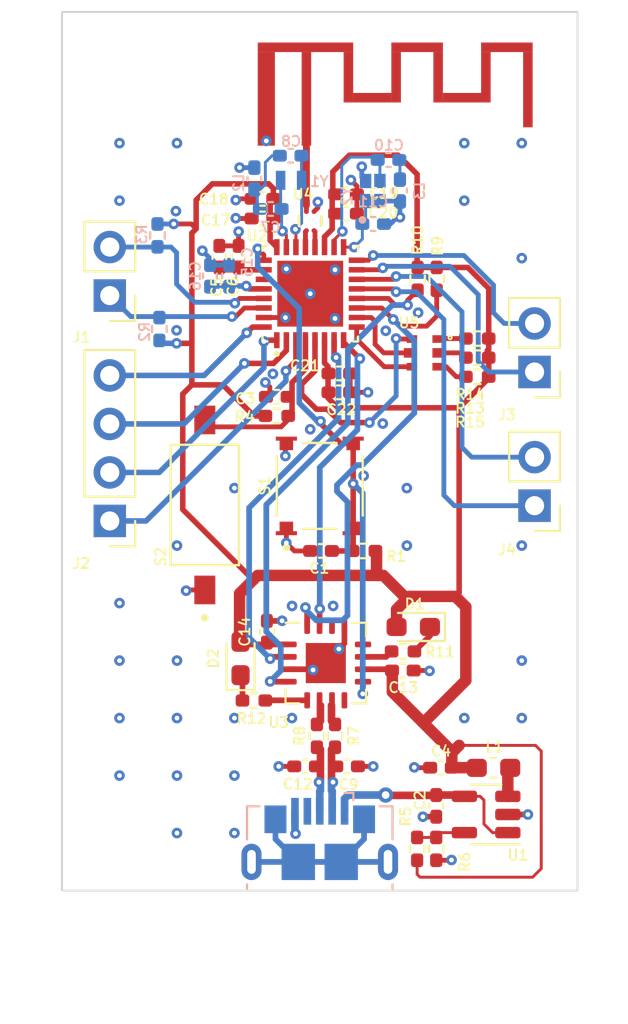
<source format=kicad_pcb>
(kicad_pcb (version 20221018) (generator pcbnew)
  (layers (0 "F.Cu" signal) (1 "In1.Cu" signal) (2 "In2.Cu" signal) (31 "B.Cu" signal) (34 "B.Paste" user) (35 "F.Paste" user) (36 "B.SilkS" user "B.Silkscreen") (37 "F.SilkS" user "F.Silkscreen") (38 "B.Mask" user) (39 "F.Mask" user) (44 "Edge.Cuts" user))
  (net 0 "")
  (net 1 "GND")
  (net 2 "/NRESET")
  (net 3 "VBUS")
  (net 4 "/BOOT")
  (net 5 "+3.3V")
  (net 6 "/SMPSFILT1")
  (net 7 "Net-(C7-Pad1)")
  (net 8 "/SXTAL0")
  (net 9 "/SXTAL1")
  (net 10 "/D_N")
  (net 11 "Net-(C10-Pad1)")
  (net 12 "/FXTAL0")
  (net 13 "/FXTAL1")
  (net 14 "/D_P")
  (net 15 "Net-(U2-VDD1V2)")
  (net 16 "Net-(D1-K)")
  (net 17 "Net-(D2-K)")
  (net 18 "/I2C_SCL")
  (net 19 "/I2C_SDA")
  (net 20 "/SPI_CLK")
  (net 21 "/SPI_MOSI")
  (net 22 "/SPI_MISO")
  (net 23 "/SPI_CS")
  (net 24 "/ADC1")
  (net 25 "/ADC2")
  (net 26 "/ANATEST0")
  (net 27 "/ANATEST1")
  (net 29 "unconnected-(J5-Shield-Pad6)")
  (net 30 "/SW")
  (net 31 "/FB")
  (net 32 "/UART_RTS")
  (net 33 "/UART_CTS")
  (net 34 "/NTX_LED")
  (net 35 "/NRX_LED")
  (net 36 "Net-(R13-Pad2)")
  (net 37 "Net-(R14-Pad2)")
  (net 38 "Net-(R15-Pad2)")
  (net 40 "/LEDB_K")
  (net 41 "/UART_RX")
  (net 42 "/UART_TX")
  (net 43 "/LEDG_K")
  (net 44 "/LEDR_K")
  (net 45 "/RF1")
  (net 46 "/RF0")
  (net 50 "/ANT")
  (net 51 "/DT_N")
  (net 52 "/DT_P")
  (footprint "MountingHole:MountingHole_2.2mm_M2" (layer "F.Cu") (at 101.9 101.85)
    (fp_text reference "H1" hide)
    (fp_text value "MountingHole")
  )
  (footprint "Capacitor_SMD:C_0402_1005Metric_Pad0.74x0.62mm_HandSolder" (layer "F.Cu") (at 108.24 112.815 90)
    (fp_text reference "C5")
    (fp_text value "1u")
  )
  (footprint "Capacitor_SMD:C_0402_1005Metric_Pad0.74x0.62mm_HandSolder" (layer "F.Cu") (at 114.525 119.915)
    (fp_text reference "C22")
    (fp_text value "1u")
  )
  (footprint "Capacitor_SMD:C_0402_1005Metric_Pad0.74x0.62mm_HandSolder" (layer "F.Cu") (at 114.875 109.55)
    (fp_text reference "C19")
    (fp_text value "100n")
  )
  (footprint "Connector_PinHeader_2.54mm:PinHeader_1x02_P2.54mm_Vertical" (layer "F.Cu") (at 124.75 125.85 180)
    (fp_text reference "J4")
    (fp_text value "ANATEST")
  )
  (footprint "MountingHole:MountingHole_2.2mm_M2" (layer "F.Cu") (at 124.5 131)
    (fp_text reference "H4" hide)
    (fp_text value "MountingHole")
  )
  (footprint "Resistor_SMD:R_0402_1005Metric_Pad0.72x0.64mm_HandSolder" (layer "F.Cu") (at 121.75 119.1 180)
    (fp_text reference "R15")
    (fp_text value "510")
  )
  (footprint "Capacitor_SMD:C_0402_1005Metric_Pad0.74x0.62mm_HandSolder" (layer "F.Cu") (at 111.25 120.15 180)
    (fp_text reference "C3")
    (fp_text value "10n" hide)
  )
  (footprint "Connector_PinHeader_2.54mm:PinHeader_1x04_P2.54mm_Vertical" (layer "F.Cu") (at 102.5 126.65 180)
    (fp_text reference "J2")
    (fp_text value "SPI")
  )
  (footprint "Capacitor_SMD:C_0402_1005Metric_Pad0.74x0.62mm_HandSolder" (layer "F.Cu") (at 117.85 134.48)
    (fp_text reference "C13")
    (fp_text value "4.7u")
  )
  (footprint "Capacitor_SMD:C_0402_1005Metric_Pad0.74x0.62mm_HandSolder" (layer "F.Cu") (at 114.875 110.56)
    (fp_text reference "C20")
    (fp_text value "1u")
  )
  (footprint "Capacitor_SMD:C_0402_1005Metric_Pad0.74x0.62mm_HandSolder" (layer "F.Cu") (at 110.73 132.45 90)
    (fp_text reference "C14")
    (fp_text value "100n")
  )
  (footprint "Connector_PinHeader_2.54mm:PinHeader_1x02_P2.54mm_Vertical" (layer "F.Cu") (at 124.75 118.85 180)
    (fp_text reference "J3")
    (fp_text value "ADC")
  )
  (footprint "Resistor_SMD:R_0402_1005Metric_Pad0.72x0.64mm_HandSolder" (layer "F.Cu") (at 118.625 113.975 90)
    (fp_text reference "R10")
    (fp_text value "10k")
  )
  (footprint "Capacitor_SMD:C_0402_1005Metric_Pad0.74x0.62mm_HandSolder" (layer "F.Cu") (at 114.9325 139.5)
    (fp_text reference "C9")
    (fp_text value "47p")
  )
  (footprint "Capacitor_SMD:C_0402_1005Metric_Pad0.74x0.62mm_HandSolder" (layer "F.Cu") (at 114.525 118.925)
    (fp_text reference "C21")
    (fp_text value "100n")
  )
  (footprint "LED_SMD:LED_0603_1608Metric_Pad1.05x0.95mm_HandSolder" (layer "F.Cu") (at 118.3975 132.2 180)
    (fp_text reference "D1")
    (fp_text value "LED")
  )
  (footprint "Package_DFN_QFN:QFN-16-1EP_4x4mm_P0.65mm_EP2.1x2.1mm" (layer "F.Cu") (at 113.815 134.09)
    (fp_text reference "U3")
    (fp_text value "FT230XQ")
  )
  (footprint "MountingHole:MountingHole_2.2mm_M2" (layer "F.Cu") (at 102.5 143.5)
    (fp_text reference "H2" hide)
    (fp_text value "MountingHole")
  )
  (footprint "Capacitor_SMD:C_0402_1005Metric_Pad0.74x0.62mm_HandSolder" (layer "F.Cu") (at 112.7325 139.5 180)
    (fp_text reference "C12")
    (fp_text value "47p")
  )
  (footprint "Resistor_SMD:R_0402_1005Metric_Pad0.72x0.64mm_HandSolder" (layer "F.Cu") (at 119.625 113.975 90)
    (fp_text reference "R9")
    (fp_text value "10k")
  )
  (footprint "Resistor_SMD:R_0402_1005Metric_Pad0.72x0.64mm_HandSolder" (layer "F.Cu") (at 113.35 137.9 90)
    (fp_text reference "R8")
    (fp_text value "27R")
  )
  (footprint "KAE01SGGT:SW_KAE01SGGT" (layer "F.Cu") (at 107.48 125.8125 90)
    (fp_text reference "S2")
    (fp_text value "KAE01SGGT")
  )
  (footprint "TL3315NF160Q:SW_TL3315NF160Q" (layer "F.Cu") (at 113.5 124.815 90)
    (fp_text reference "S1")
    (fp_text value "TL3315NF160Q")
  )
  (footprint "footprints:LED_EAST1616RGBA8" (layer "F.Cu") (at 119 117.85)
    (fp_text reference "U5")
    (fp_text value "EAST1616RGBA8")
  )
  (footprint "LED_SMD:LED_0603_1608Metric_Pad1.05x0.95mm_HandSolder" (layer "F.Cu") (at 109.35 133.85 90)
    (fp_text reference "D2")
    (fp_text value "LED")
  )
  (footprint "Capacitor_SMD:C_0402_1005Metric_Pad0.74x0.62mm_HandSolder" (layer "F.Cu") (at 113.5675 128.22 180)
    (fp_text reference "C1")
    (fp_text value "10n")
  )
  (footprint "BLUENRG-232:QFN50P500X500X100-33T345N" (layer "F.Cu") (at 113 114.75 90)
    (fp_text reference "U2")
    (fp_text value "BLUENRG-232")
  )
  (footprint "Resistor_SMD:R_0402_1005Metric_Pad0.72x0.64mm_HandSolder" (layer "F.Cu") (at 118.6 143.8175 -90)
    (fp_text reference "R5")
    (fp_text value "450k")
  )
  (footprint "Resistor_SMD:R_0402_1005Metric_Pad0.72x0.64mm_HandSolder" (layer "F.Cu") (at 110.05 136.05 180)
    (fp_text reference "R12")
    (fp_text value "270R")
  )
  (footprint "Capacitor_SMD:C_0402_1005Metric_Pad0.74x0.62mm_HandSolder" (layer "F.Cu") (at 119.6 141.5675 -90)
    (fp_text reference "C2")
    (fp_text value "10u")
  )
  (footprint "Capacitor_SMD:C_0402_1005Metric_Pad0.74x0.62mm_HandSolder" (layer "F.Cu") (at 109.25 112.815 90)
    (fp_text reference "C6")
    (fp_text value "100n")
  )
  (footprint "Capacitor_SMD:C_0402_1005Metric_Pad0.74x0.62mm_HandSolder" (layer "F.Cu") (at 110.5 110.815 180)
    (fp_text reference "C17")
    (fp_text value "100n")
  )
  (footprint "Resistor_SMD:R_0402_1005Metric_Pad0.72x0.64mm_HandSolder" (layer "F.Cu") (at 115.8175 128.22)
    (fp_text reference "R1")
    (fp_text value "10k")
  )
  (footprint "Package_TO_SOT_SMD:SOT-23-5" (layer "F.Cu") (at 122.2125 142.0175 180)
    (fp_text reference "U1")
    (fp_text value "TLV62568DBV")
  )
  (footprint "Inductor_SMD:L_0603_1608Metric_Pad1.05x0.95mm_HandSolder" (layer "F.Cu") (at 122.6 139.5775 180)
    (fp_text reference "L1")
    (fp_text value "2.2u")
  )
  (footprint "MountingHole:MountingHole_2.2mm_M2" (layer "F.Cu") (at 124.5 111)
    (fp_text reference "H3" hide)
    (fp_text value "MountingHole")
  )
  (footprint "Connector_PinHeader_2.54mm:PinHeader_1x02_P2.54mm_Vertical" (layer "F.Cu") (at 102.5 114.85 180)
    (fp_text reference "J1")
    (fp_text value "I2C")
  )
  (footprint "Resistor_SMD:R_0402_1005Metric_Pad0.72x0.64mm_HandSolder" (layer "F.Cu") (at 111.25 121.15 180)
    (fp_text reference "R4")
    (fp_text value "10k")
  )
  (footprint "Project_Library:CSPG04_1385X855_STM" (layer "F.Cu") (at 113 110.95)
    (fp_text reference "U4")
    (fp_text value "BALF-NRG-02D3")
  )
  (footprint "Resistor_SMD:R_0402_1005Metric_Pad0.72x0.64mm_HandSolder" (layer "F.Cu") (at 121.75 118.1 180)
    (fp_text reference "R13")
    (fp_text value "510")
  )
  (footprint "Capacitor_SMD:C_0402_1005Metric_Pad0.74x0.62mm_HandSolder" (layer "F.Cu") (at 110.5 109.785 180)
    (fp_text reference "C18")
    (fp_text value "1u")
  )
  (footprint "Resistor_SMD:R_0402_1005Metric_Pad0.72x0.64mm_HandSolder" (layer "F.Cu") (at 119.6 143.8175 -90)
    (fp_text reference "R6")
    (fp_text value "100k")
  )
  (footprint "Resistor_SMD:R_0402_1005Metric_Pad0.72x0.64mm_HandSolder" (layer "F.Cu") (at 114.3 137.9 90)
    (fp_text reference "R7")
    (fp_text value "27R")
  )
  (footprint "Library:ant_foot" (layer "F.Cu") (at 110.21 109.2165)
    (fp_text reference "AE1" hide)
    (fp_text value "~")
  )
  (footprint "Capacitor_SMD:C_0402_1005Metric_Pad0.74x0.62mm_HandSolder" (layer "F.Cu") (at 119.85 139.5675 180)
    (fp_text reference "C4")
    (fp_text value "10u")
  )
  (footprint "Resistor_SMD:R_0402_1005Metric_Pad0.72x0.64mm_HandSolder" (layer "F.Cu") (at 121.75 117.1 180)
    (fp_text reference "R14")
    (fp_text value "510")
  )
  (footprint "Resistor_SMD:R_0402_1005Metric_Pad0.72x0.64mm_HandSolder" (layer "F.Cu") (at 117.86 133.48)
    (fp_text reference "R11")
    (fp_text value "270R")
  )
  (footprint "Inductor_SMD:L_0402_1005Metric_Pad0.77x0.64mm_HandSolder" (layer "B.Cu") (at 110.075 108.725 -90)
    (fp_text reference "L2")
    (fp_text value "2n")
  )
  (footprint "ECS-320-8-47-JTN-TR:XTAL_ECS-320-8-47-JTN-TR" (layer "B.Cu") (at 116.275 109.375 90)
    (fp_text reference "Y2")
    (fp_text value "32MHz")
  )
  (footprint "Resistor_SMD:R_0402_1005Metric_Pad0.72x0.64mm_HandSolder" (layer "B.Cu") (at 105.1 116.6 90)
    (fp_text reference "R2")
    (fp_text value "4.7k")
  )
  (footprint "ECS-.327-12.5-16-TR:XTAL_ECS-.327-12.5-16-TR" (layer "B.Cu") (at 112 108.815 180)
    (fp_text reference "Y1")
    (fp_text value "32.768kHz")
  )
  (footprint "Connector_USB:USB_Micro-B_GCT_USB3076-30-A" (layer "B.Cu") (at 113.5 143.3 180)
    (fp_text reference "J5" hide)
    (fp_text value "USB_OTG")
  )
  (footprint "Capacitor_SMD:C_0402_1005Metric_Pad0.74x0.62mm_HandSolder" (layer "B.Cu") (at 116.2975 111.1 180)
    (fp_text reference "C11")
    (fp_text value "15p")
  )
  (footprint "Resistor_SMD:R_0402_1005Metric_Pad0.72x0.64mm_HandSolder" (layer "B.Cu") (at 105 111.7 -90)
    (fp_text reference "R3")
    (fp_text value "4.7k")
  )
  (footprint "Capacitor_SMD:C_0402_1005Metric_Pad0.74x0.62mm_HandSolder" (layer "B.Cu") (at 107.75 113.815 90)
    (fp_text reference "C16")
    (fp_text value "100p")
  )
  (footprint "Capacitor_SMD:C_0402_1005Metric_Pad0.74x0.62mm_HandSolder" (layer "B.Cu") (at 110.9325 110.315)
    (fp_text reference "C7")
    (fp_text value "22p")
  )
  (footprint "Capacitor_SMD:C_0402_1005Metric_Pad0.74x0.62mm_HandSolder" (layer "B.Cu") (at 111.975 107.525)
    (fp_text reference "C8")
    (fp_text value "22p")
  )
  (footprint "Capacitor_SMD:C_0402_1005Metric_Pad0.74x0.62mm_HandSolder" (layer "B.Cu") (at 117.1 107.75 180)
    (fp_text reference "C10")
    (fp_text value "15p")
  )
  (footprint "Inductor_SMD:L_0402_1005Metric_Pad0.77x0.64mm_HandSolder" (layer "B.Cu") (at 117.7 109.35 90)
    (fp_text reference "L3")
    (fp_text value "3.9n")
  )
  (footprint "Capacitor_SMD:C_0402_1005Metric_Pad0.74x0.62mm_HandSolder" (layer "B.Cu") (at 108.75 113.815 90)
    (fp_text reference "C15")
    (fp_text value "150n")
  )
  (gr_rect (start 100 100) (end 127 146) (stroke (width 0.1)) (fill none) (layer "Edge.Cuts"))
  (segment (start 118.4675 139.5675) (end 118.45 139.55) (width 0.254) (layer "F.Cu") (net 1))
  (segment (start 106.5375 130.2625) (end 106.5 130.3) (width 0.254) (layer "F.Cu") (net 1))
  (segment (start 111.5175 131.8825) (end 111.525 131.875) (width 0.3) (layer "F.Cu") (net 1))
  (segment (start 113.4 110.25) (end 113.4 109.95) (width 0.254) (layer "F.Cu") (net 1))
  (segment (start 115.5 139.5) (end 116.3 139.5) (width 0.254) (layer "F.Cu") (net 1))
  (segment (start 115.4425 109.112) (end 115.4425 109.55) (width 0.254) (layer "F.Cu") (net 1))
  (segment (start 110.8825 119.6325) (end 110.8825 120.15) (width 0.254) (layer "F.Cu") (net 1))
  (segment (start 115.4425 109.55) (end 115.4425 110.56) (width 0.254) (layer "F.Cu") (net 1))
  (segment (start 119.6 144.415) (end 120.385 144.415) (width 0.254) (layer "F.Cu") (net 1))
  (segment (start 111.7 116) (end 111.75 116) (width 0.254) (layer "F.Cu") (net 1))
  (segment (start 115.0925 118.925) (end 115.0925 119.915) (width 0.254) (layer "F.Cu") (net 1))
  (segment (start 119.23 134.48) (end 119.25 134.5) (width 0.254) (layer "F.Cu") (net 1))
  (segment (start 115.0925 119.915) (end 116 119.915) (width 0.254) (layer "F.Cu") (net 1))
  (segment (start 110.65 119.4) (end 110.8825 119.6325) (width 0.254) (layer "F.Cu") (net 1))
  (segment (start 111.75 127.045) (end 111.75 127.8) (width 0.254) (layer "F.Cu") (net 1))
  (segment (start 110.565 116) (end 111.7 116) (width 0.254) (layer "F.Cu") (net 1))
  (segment (start 107.48 130.2625) (end 106.5375 130.2625) (width 0.254) (layer "F.Cu") (net 1))
  (segment (start 111.7 122.635) (end 111.75 122.585) (width 0.254) (layer "F.Cu") (net 1))
  (segment (start 113 128.22) (end 112.17 128.22) (width 0.254) (layer "F.Cu") (net 1))
  (segment (start 112.17 128.22) (end 111.75 127.8) (width 0.254) (layer "F.Cu") (net 1))
  (segment (start 118.4175 134.48) (end 119.23 134.48) (width 0.254) (layer "F.Cu") (net 1))
  (segment (start 109.9325 110.815) (end 109.115 110.815) (width 0.254) (layer "F.Cu") (net 1))
  (segment (start 111.75 116) (end 113 114.75) (width 0.254) (layer "F.Cu") (net 1))
  (segment (start 124.4 142.0175) (end 123.35 142.0175) (width 0.3) (layer "F.Cu") (net 1))
  (segment (start 111.7 123.25) (end 111.7 122.635) (width 0.254) (layer "F.Cu") (net 1))
  (segment (start 120.385 144.415) (end 120.4 144.4) (width 0.254) (layer "F.Cu") (net 1))
  (segment (start 111.865 134.415) (end 113.115 134.415) (width 0.3) (layer "F.Cu") (net 1))
  (segment (start 109.115 110.815) (end 109.1 110.8) (width 0.254) (layer "F.Cu") (net 1))
  (segment (start 113.115 134.415) (end 113.15 134.45) (width 0.3) (layer "F.Cu") (net 1))
  (segment (start 115.1305 108.8) (end 115.4425 109.112) (width 0.254) (layer "F.Cu") (net 1))
  (segment (start 119.2825 139.5675) (end 118.4675 139.5675) (width 0.254) (layer "F.Cu") (net 1))
  (segment (start 109.25 111.5) (end 109.25 112.2475) (width 0.254) (layer "F.Cu") (net 1))
  (segment (start 118.9 142.135) (end 119.6 142.135) (width 0.3) (layer "F.Cu") (net 1))
  (segment (start 109.165 109.785) (end 109.1 109.85) (width 0.254) (layer "F.Cu") (net 1))
  (segment (start 113.2 110.45) (end 113.4 110.25) (width 0.254) (layer "F.Cu") (net 1))
  (segment (start 110.73 131.8825) (end 111.5175 131.8825) (width 0.3) (layer "F.Cu") (net 1))
  (segment (start 114.79 133.06) (end 114.5 133.35) (width 0.3) (layer "F.Cu") (net 1))
  (segment (start 109.25 112.2475) (end 108.24 112.2475) (width 0.254) (layer "F.Cu") (net 1))
  (segment (start 114.79 132.14) (end 114.79 133.06) (width 0.3) (layer "F.Cu") (net 1))
  (segment (start 112.165 139.5) (end 111.35 139.5) (width 0.254) (layer "F.Cu") (net 1))
  (segment (start 109.9325 109.785) (end 109.165 109.785) (width 0.254) (layer "F.Cu") (net 1))
  (via (at 124.08 133.96) (size 0.5548) (drill 0.25) (layers "F.Cu" "B.Cu") (net 1))
  (via (at 109.03 136.97) (size 0.5548) (drill 0.25) (layers "F.Cu" "B.Cu") (net 1))
  (via (at 109.03 124.93) (size 0.5548) (drill 0.25) (layers "F.Cu" "B.Cu") (net 1))
  (via (at 111.7 123.25) (size 0.5548) (drill 0.25) (layers "F.Cu" "B.Cu") (net 1))
  (via (at 109.03 142.99) (size 0.5548) (drill 0.25) (layers "F.Cu" "B.Cu") (net 1))
  (via (at 111.7 116) (size 0.5548) (drill 0.25) (layers "F.Cu" "B.Cu") (net 1))
  (via (at 114.3 113.5) (size 0.5548) (drill 0.25) (layers "F.Cu" "B.Cu") (net 1))
  (via (at 109.1 110.8) (size 0.5548) (drill 0.25) (layers "F.Cu" "B.Cu") (net 1))
  (via (at 116.800403 121.550403) (size 0.5548) (drill 0.25) (layers "F.Cu" "B.Cu") (net 1))
  (via (at 103.01 130.95) (size 0.5548) (drill 0.25) (layers "F.Cu" "B.Cu") (net 1))
  (via (at 109.25 111.5) (size 0.5548) (drill 0.25) (layers "F.Cu" "B.Cu") (net 1))
  (via (at 116.954958 116.691218) (size 0.5548) (drill 0.25) (layers "F.Cu" "B.Cu") (net 1))
  (via (at 116.0265 119.915) (size 0.5548) (drill 0.25) (layers "F.Cu" "B.Cu") (net 1))
  (via (at 103.01 136.97) (size 0.5548) (drill 0.25) (layers "F.Cu" "B.Cu") (net 1))
  (via (at 120.4 144.4) (size 0.5548) (drill 0.25) (layers "F.Cu" "B.Cu") (net 1))
  (via (at 118.06 124.93) (size 0.5548) (drill 0.25) (layers "F.Cu" "B.Cu") (net 1))
  (via (at 115.7989 124.281721) (size 0.5548) (drill 0.25) (layers "F.Cu" "B.Cu") (net 1))
  (via (at 113 114.75) (size 0.5548) (drill 0.25) (layers "F.Cu" "B.Cu") (net 1))
  (via (at 106.02 139.98) (size 0.5548) (drill 0.25) (layers "F.Cu" "B.Cu") (net 1))
  (via (at 118.652393 115.744838) (size 0.5548) (drill 0.25) (layers "F.Cu" "B.Cu") (net 1))
  (via (at 106.5 130.3) (size 0.5548) (drill 0.25) (layers "F.Cu" "B.Cu") (net 1))
  (via (at 121.07 136.97) (size 0.5548) (drill 0.25) (layers "F.Cu" "B.Cu") (net 1))
  (via (at 117.7 110.75) (size 0.5548) (drill 0.25) (layers "F.Cu" "B.Cu") (net 1))
  (via (at 109.3 108.15) (size 0.5548) (drill 0.25) (layers "F.Cu" "B.Cu") (net 1))
  (via (at 103.01 139.98) (size 0.5548) (drill 0.25) (layers "F.Cu" "B.Cu") (net 1))
  (via (at 113.15 134.45) (size 0.5548) (drill 0.25) (layers "F.Cu" "B.Cu") (net 1))
  (via (at 112.230949 143.025123) (size 0.5548) (drill 0.25) (layers "F.Cu" "B.Cu") (net 1))
  (via (at 124.08 106.87) (size 0.5548) (drill 0.25) (layers "F.Cu" "B.Cu") (net 1))
  (via (at 105.962005 110.427968) (size 0.5548) (drill 0.25) (layers "F.Cu" "B.Cu") (net 1))
  (via (at 113.4 109.95) (size 0.5548) (drill 0.25) (layers "F.Cu" "B.Cu") (net 1))
  (via (at 106.02 136.97) (size 0.5548) (drill 0.25) (layers "F.Cu" "B.Cu") (net 1))
  (via (at 119.25 134.5) (size 0.5548) (drill 0.25) (layers "F.Cu" "B.Cu") (net 1))
  (via (at 111.525 131.875) (size 0.5548) (drill 0.25) (layers "F.Cu" "B.Cu") (net 1))
  (via (at 110.65 119.4) (size 0.5548) (drill 0.25) (layers "F.Cu" "B.Cu") (net 1))
  (via (at 114.3 116.05) (size 0.5548) (drill 0.25) (layers "F.Cu" "B.Cu") (net 1))
  (via (at 113 121.85) (size 0.5548) (drill 0.25) (layers "F.Cu" "B.Cu") (net 1))
  (via (at 111.046258 118.9489) (size 0.5548) (drill 0.25) (layers "F.Cu" "B.Cu") (net 1))
  (via (at 114.2 131.1) (size 0.5548) (drill 0.25) (layers "F.Cu" "B.Cu") (net 1))
  (via (at 106.02 127.94) (size 0.5548) (drill 0.25) (layers "F.Cu" "B.Cu") (net 1))
  (via (at 107.3489 112.5) (size 0.5548) (drill 0.25) (layers "F.Cu" "B.Cu") (net 1))
  (via (at 118.06 127.94) (size 0.5548) (drill 0.25) (layers "F.Cu" "B.Cu") (net 1))
  (via (at 118.45 139.55) (size 0.5548) (drill 0.25) (layers "F.Cu" "B.Cu") (net 1))
  (via (at 103.01 109.88) (size 0.5548) (drill 0.25) (layers "F.Cu" "B.Cu") (net 1))
  (via (at 124.08 136.97) (size 0.5548) (drill 0.25) (layers "F.Cu" "B.Cu") (net 1))
  (via (at 106.02 133.96) (size 0.5548) (drill 0.25) (layers "F.Cu" "B.Cu") (net 1))
  (via (at 115.7 108.1) (size 0.5548) (drill 0.25) (layers "F.Cu" "B.Cu") (net 1))
  (via (at 106.02 142.99) (size 0.5548) (drill 0.25) (layers "F.Cu" "B.Cu") (net 1))
  (via (at 109.1 109.85) (size 0.5548) (drill 0.25) (layers "F.Cu" "B.Cu") (net 1))
  (via (at 106.02 106.87) (size 0.5548) (drill 0.25) (layers "F.Cu" "B.Cu") (net 1))
  (via (at 103.01 106.87) (size 0.5548) (drill 0.25) (layers "F.Cu" "B.Cu") (net 1))
  (via (at 111.75 113.45) (size 0.5548) (drill 0.25) (layers "F.Cu" "B.Cu") (net 1))
  (via (at 121.07 109.88) (size 0.5548) (drill 0.25) (layers "F.Cu" "B.Cu") (net 1))
  (via (at 111.75 127.8) (size 0.5548) (drill 0.25) (layers "F.Cu" "B.Cu") (net 1))
  (via (at 112.04 136.97) (size 0.5548) (drill 0.25) (layers "F.Cu" "B.Cu") (net 1))
  (via (at 115.1305 108.8) (size 0.5548) (drill 0.25) (layers "F.Cu" "B.Cu") (net 1))
  (via (at 124.4 142.0175) (size 0.5548) (drill 0.25) (layers "F.Cu" "B.Cu") (net 1))
  (via (at 106 116.668697) (size 0.5548) (drill 0.25) (layers "F.Cu" "B.Cu") (net 1))
  (via (at 111.35 139.5) (size 0.5548) (drill 0.25) (layers "F.Cu" "B.Cu") (net 1))
  (via (at 110.7 106.75) (size 0.5548) (drill 0.25) (layers "F.Cu" "B.Cu") (net 1))
  (via (at 121.07 106.87) (size 0.5548) (drill 0.25) (layers "F.Cu" "B.Cu") (net 1))
  (via (at 114.5 133.35) (size 0.5548) (drill 0.25) (layers "F.Cu" "B.Cu") (net 1))
  (via (at 116.3 139.5) (size 0.5548) (drill 0.25) (layers "F.Cu" "B.Cu") (net 1))
  (via (at 124.08 127.94) (size 0.5548) (drill 0.25) (layers "F.Cu" "B.Cu") (net 1))
  (via (at 112.05 131.1) (size 0.5548) (drill 0.25) (layers "F.Cu" "B.Cu") (net 1))
  (via (at 124.08 112.89) (size 0.5548) (drill 0.25) (layers "F.Cu" "B.Cu") (net 1))
  (via (at 103.01 133.96) (size 0.5548) (drill 0.25) (layers "F.Cu" "B.Cu") (net 1))
  (via (at 118.9 142.135) (size 0.5548) (drill 0.25) (layers "F.Cu" "B.Cu") (net 1))
  (via (at 109.03 139.98) (size 0.5548) (drill 0.25) (layers "F.Cu" "B.Cu") (net 1))
  (segment (start 117.55 110.75) (end 117.7 110.75) (width 0.254) (layer "B.Cu") (net 1))
  (segment (start 107.75 112.9011) (end 107.3489 112.5) (width 0.254) (layer "B.Cu") (net 1))
  (segment (start 117.6775 109.9) (end 117.7 109.9225) (width 0.254) (layer "B.Cu") (net 1))
  (segment (start 115.7 108.65) (end 115.9 108.85) (width 0.254) (layer "B.Cu") (net 1))
  (segment (start 108.75 113.2475) (end 107.75 113.2475) (width 0.254) (layer "B.Cu") (net 1))
  (segment (start 115.7 108.1) (end 115.7 108.65) (width 0.254) (layer "B.Cu") (net 1))
  (segment (start 112.2 142.994174) (end 112.230949 143.025123) (width 0.4) (layer "B.Cu") (net 1))
  (segment (start 109.3025 108.1525) (end 110.075 108.1525) (width 0.254) (layer "B.Cu") (net 1))
  (segment (start 116.65 109.9) (end 117.6775 109.9) (width 0.254) (layer "B.Cu") (net 1))
  (segment (start 112.2 141.85) (end 112.2 142.994174) (width 0.4) (layer "B.Cu") (net 1))
  (segment (start 117.7 109.9225) (end 117.7 110.75) (width 0.254) (layer "B.Cu") (net 1))
  (segment (start 117.2 111.1) (end 117.55 110.75) (width 0.254) (layer "B.Cu") (net 1))
  (segment (start 109.3 108.15) (end 109.3025 108.1525) (width 0.254) (layer "B.Cu") (net 1))
  (segment (start 116.865 111.1) (end 117.2 111.1) (width 0.254) (layer "B.Cu") (net 1))
  (segment (start 107.75 113.2475) (end 107.75 112.9011) (width 0.254) (layer "B.Cu") (net 1))
  (segment (start 113.538483 121.538483) (end 114.585 122.585) (width 0.29) (layer "F.Cu") (net 2))
  (segment (start 114.585 122.585) (end 115.25 122.585) (width 0.29) (layer "F.Cu") (net 2))
  (segment (start 110.565 112.715) (end 110.565 113) (width 0.254) (layer "F.Cu") (net 2))
  (segment (start 113.538483 121.432619) (end 113.538483 121.538483) (width 0.29) (layer "F.Cu") (net 2))
  (segment (start 115.25 127.045) (end 115.25 124.7) (width 0.29) (layer "F.Cu") (net 2))
  (segment (start 110.25 112.4) (end 110.565 112.715) (width 0.254) (layer "F.Cu") (net 2))
  (segment (start 115.25 127.045) (end 115.25 128.19) (width 0.29) (layer "F.Cu") (net 2))
  (segment (start 115.765 135.685) (end 115.75 135.7) (width 0.3) (layer "F.Cu") (net 2))
  (segment (start 115.25 128.19) (end 115.22 128.22) (width 0.29) (layer "F.Cu") (net 2))
  (segment (start 115.765 135.065) (end 115.765 135.685) (width 0.3) (layer "F.Cu") (net 2))
  (segment (start 115.25 124.7) (end 115.25 122.585) (width 0.29) (layer "F.Cu") (net 2))
  (segment (start 115.22 128.22) (end 114.135 128.22) (width 0.29) (layer "F.Cu") (net 2))
  (via (at 113.538483 121.432619) (size 0.5548) (drill 0.25) (layers "F.Cu" "B.Cu") (net 2))
  (via (at 110.25 112.4) (size 0.5548) (drill 0.25) (layers "F.Cu" "B.Cu") (net 2))
  (via (at 115.25 124.7) (size 0.5548) (drill 0.25) (layers "F.Cu" "B.Cu") (net 2))
  (via (at 115.75 135.7) (size 0.5548) (drill 0.25) (layers "F.Cu" "B.Cu") (net 2))
  (segment (start 113.538483 121.432619) (end 113.382619 121.432619) (width 0.29) (layer "B.Cu") (net 2))
  (segment (start 110.25 113.35) (end 110.25 112.4) (width 0.29) (layer "B.Cu") (net 2))
  (segment (start 115.75 135.7) (end 115.75 125.2) (width 0.3) (layer "B.Cu") (net 2))
  (segment (start 113.382619 121.432619) (end 112.425 120.475) (width 0.29) (layer "B.Cu") (net 2))
  (segment (start 112.425 115.525) (end 110.25 113.35) (width 0.29) (layer "B.Cu") (net 2))
  (segment (start 115.75 125.2) (end 115.25 124.7) (width 0.3) (layer "B.Cu") (net 2))
  (segment (start 112.425 120.475) (end 112.425 115.525) (width 0.29) (layer "B.Cu") (net 2))
  (segment (start 119.5825 141.0175) (end 116.9675 141.0175) (width 0.4) (layer "F.Cu") (net 3))
  (segment (start 119.6 141) (end 119.5825 141.0175) (width 0.4) (layer "F.Cu") (net 3))
  (segment (start 121.0075 141) (end 121.075 141.0675) (width 0.4) (layer "F.Cu") (net 3))
  (segment (start 116.9675 141.0175) (end 116.95 141) (width 0.4) (layer "F.Cu") (net 3))
  (segment (start 122.1 142.5175) (end 122.1 141.2675) (width 0.1532) (layer "F.Cu") (net 3))
  (segment (start 123.35 142.9675) (end 122.55 142.9675) (width 0.1532) (layer "F.Cu") (net 3))
  (segment (start 119.6 141) (end 121.0075 141) (width 0.4) (layer "F.Cu") (net 3))
  (segment (start 121.9 141.0675) (end 121.075 141.0675) (width 0.1532) (layer "F.Cu") (net 3))
  (segment (start 122.1 141.2675) (end 121.9 141.0675) (width 0.1532) (layer "F.Cu") (net 3))
  (segment (start 122.55 142.9675) (end 122.1 142.5175) (width 0.1532) (layer "F.Cu") (net 3))
  (via (at 116.95 141) (size 0.8) (drill 0.4) (layers "F.Cu" "B.Cu") (net 3))
  (segment (start 114.8 141.19) (end 114.99 141) (width 0.4) (layer "B.Cu") (net 3))
  (segment (start 114.8 141.85) (end 114.8 141.19) (width 0.4) (layer "B.Cu") (net 3))
  (segment (start 114.99 141) (end 116.95 141) (width 0.4) (layer "B.Cu") (net 3))
  (segment (start 107.48 121.3625) (end 107.8415 121.724) (width 0.254) (layer "F.Cu") (net 4))
  (segment (start 112.0475 119.4025) (end 112.0475 121.15) (width 0.29) (layer "F.Cu") (net 4))
  (segment (start 112.755 118.43) (end 112.755 118.695) (width 0.29) (layer "F.Cu") (net 4))
  (segment (start 112.75 117.185) (end 112.75 118.425) (width 0.29) (layer "F.Cu") (net 4))
  (segment (start 111.4735 121.724) (end 112.0475 121.15) (width 0.254) (layer "F.Cu") (net 4))
  (segment (start 107.8415 121.724) (end 111.4735 121.724) (width 0.254) (layer "F.Cu") (net 4))
  (segment (start 112.755 118.695) (end 112.0475 119.4025) (width 0.29) (layer "F.Cu") (net 4))
  (segment (start 112.75 118.425) (end 112.755 118.43) (width 0.29) (layer "F.Cu") (net 4))
  (segment (start 117.65 131.15) (end 118.2 130.6) (width 0.6) (layer "F.Cu") (net 5))
  (segment (start 107.025 109.85) (end 107.025 111.35) (width 0.29) (layer "F.Cu") (net 5))
  (segment (start 110.0125 129.7375) (end 109.3 130.45) (width 0.6) (layer "F.Cu") (net 5))
  (segment (start 116.825 129.5) (end 118.0625 130.7375) (width 0.6) (layer "F.Cu") (net 5))
  (segment (start 117.3 134.4975) (end 117.2825 134.48) (width 0.6) (layer "F.Cu") (net 5))
  (segment (start 119 137.3) (end 117.3 135.6) (width 0.6) (layer "F.Cu") (net 5))
  (segment (start 111.0675 109.785) (end 111.0675 109.2425) (width 0.29) (layer "F.Cu") (net 5))
  (segment (start 111.25 112.315) (end 110.9 111.965) (width 0.29) (layer "F.Cu") (net 5))
  (segment (start 125.1 144.85) (end 125.1 138.7) (width 0.1532) (layer "F.Cu") (net 5))
  (segment (start 113.75 117.185) (end 113.75 118.3825) (width 0.29) (layer "F.Cu") (net 5))
  (segment (start 113.9325 118.565) (end 113.9325 120.2075) (width 0.29) (layer "F.Cu") (net 5))
  (segment (start 113.75 112.315) (end 113.75 111.772289) (width 0.29) (layer "F.Cu") (net 5))
  (segment (start 110.9 111.965) (end 110.9 109.9525) (width 0.29) (layer "F.Cu") (net 5))
  (segment (start 110.25 129.5) (end 116.475 129.5) (width 0.6) (layer "F.Cu") (net 5))
  (segment (start 125.1 138.7) (end 124.8 138.4) (width 0.1532) (layer "F.Cu") (net 5))
  (segment (start 122.35 114.475) (end 122.35 117.6475) (width 0.29) (layer "F.Cu") (net 5))
  (segment (start 110.05 121.15) (end 110.8525 121.15) (width 0.29) (layer "F.Cu") (net 5))
  (segment (start 121.15 135) (end 119 137.15) (width 0.6) (layer "F.Cu") (net 5))
  (segment (start 122.35 117.8025) (end 122.2725 117.725) (width 0.29) (layer "F.Cu") (net 5))
  (segment (start 105.85 111.1) (end 106.775 111.1) (width 0.254) (layer "F.Cu") (net 5))
  (segment (start 109.49 133.115) (end 109.35 132.975) (width 0.3) (layer "F.Cu") (net 5))
  (segment (start 117.5225 132.2) (end 117.5225 131.2775) (width 0.6) (layer "F.Cu") (net 5))
  (segment (start 108.425 119.525) (end 110.05 121.15) (width 0.29) (layer "F.Cu") (net 5))
  (segment (start 106.775 111.1) (end 107.025 111.35) (width 0.254) (layer "F.Cu") (net 5))
  (segment (start 113.9325 120.2075) (end 114.45 120.725) (width 0.29) (layer "F.Cu") (net 5))
  (segment (start 109.3 132.925) (end 109.35 132.975) (width 0.6) (layer "F.Cu") (net 5))
  (segment (start 120.4175 139.5675) (end 120.4175 138.7825) (width 0.6) (layer "F.Cu") (net 5))
  (segment (start 116.475 129.5) (end 116.475 128.28) (width 0.6) (layer "F.Cu") (net 5))
  (segment (start 121.15 131.15) (end 121.15 135) (width 0.6) (layer "F.Cu") (net 5))
  (segment (start 120.6 130.6) (end 121.15 131.15) (width 0.6) (layer "F.Cu") (net 5))
  (segment (start 118.0625 130.7375) (end 117.65 131.15) (width 0.6) (layer "F.Cu") (net 5))
  (segment (start 114.1825 109.555) (end 114.1825 108.3675) (width 0.29) (layer "F.Cu") (net 5))
  (segment (start 114.15 111.375) (end 114.15 109.5875) (width 0.29) (layer "F.Cu") (net 5))
  (segment (start 117.6 107.5) (end 118.6 108.5) (width 0.29) (layer "F.Cu") (net 5))
  (segment (start 120.4175 139.5675) (end 121.675 139.5675) (width 0.6) (layer "F.Cu") (net 5))
  (segment (start 106.325 126.05) (end 110.0125 129.7375) (width 0.29) (layer "F.Cu") (net 5))
  (segment (start 115.765 134.415) (end 117.2175 134.415) (width 0.3) (layer "F.Cu") (net 5))
  (segment (start 114.147289 111.375) (end 114.15 111.375) (width 0.29) (layer "F.Cu") (net 5))
  (segment (start 109.3 130.45) (end 109.3 132.925) (width 0.6) (layer "F.Cu") (net 5))
  (segment (start 118.6 108.5) (end 118.6 113.3525) (width 0.29) (layer "F.Cu") (net 5))
  (segment (start 106.8 117.35) (end 106.8 119.525) (width 0.29) (layer "F.Cu") (net 5))
  (segment (start 113.75 111.772289) (end 114.147289 111.375) (width 0.29) (layer "F.Cu") (net 5))
  (segment (start 120.4175 138.7825) (end 120.8 138.4) (width 0.6) (layer "F.Cu") (net 5))
  (segment (start 122.35 119.175) (end 122.35 117.8025) (width 0.29) (layer "F.Cu") (net 5))
  (segment (start 114.45 120.725) (end 120.8 120.725) (width 0.29) (layer "F.Cu") (net 5))
  (segment (start 115.05 107.5) (end 117.6 107.5) (width 0.29) (layer "F.Cu") (net 5))
  (segment (start 106.8 119.525) (end 106.325 120) (width 0.29) (layer "F.Cu") (net 5))
  (segment (start 114.1825 108.3675) (end 115.05 107.5) (width 0.29) (layer "F.Cu") (net 5))
  (segment (start 117.5225 131.2775) (end 117.65 131.15) (width 0.6) (layer "F.Cu") (net 5))
  (segment (start 121.2525 113.3775) (end 122.35 114.475) (width 0.29) (layer "F.Cu") (net 5))
  (segment (start 114.15 109.5875) (end 114.1825 109.555) (width 0.29) (layer "F.Cu") (net 5))
  (segment (start 119.625 113.3775) (end 118.625 113.3775) (width 0.29) (layer "F.Cu") (net 5))
  (segment (start 111.865 133.115) (end 109.49 133.115) (width 0.3) (layer "F.Cu") (net 5))
  (segment (start 106.8 117.35) (end 106 117.35) (width 0.29) (layer "F.Cu") (net 5))
  (segment (start 119.625 113.3775) (end 121.2525 113.3775) (width 0.29) (layer "F.Cu") (net 5))
  (segment (start 117.2175 134.415) (end 117.2825 134.48) (width 0.3) (layer "F.Cu") (net 5))
  (segment (start 118.6 113.3525) (end 118.625 113.3775) (width 0.29) (layer "F.Cu") (net 5))
  (segment (start 116.475 129.5) (end 116.825 129.5) (width 0.6) (layer "F.Cu") (net 5))
  (segment (start 106.8 119.525) (end 108.425 119.525) (width 0.29) (layer "F.Cu") (net 5))
  (segment (start 124.65 145.3) (end 125.1 144.85) (width 0.1532) (layer "F.Cu") (net 5))
  (segment (start 120.8 120.725) (end 122.35 119.175) (width 0.29) (layer "F.Cu") (net 5))
  (segment (start 118.2 130.6) (end 120.6 130.6) (width 0.6) (layer "F.Cu") (net 5))
  (segment (start 107.025 111.35) (end 106.8 111.575) (width 0.29) (layer "F.Cu") (net 5))
  (segment (start 116.475 128.28) (end 116.415 128.22) (width 0.6) (layer "F.Cu") (net 5))
  (segment (start 111.0675 109.2425) (end 110.825 109) (width 0.29) (layer "F.Cu") (net 5))
  (segment (start 120.4175 138.7825) (end 120.4175 138.7175) (width 0.6) (layer "F.Cu") (net 5))
  (segment (start 106.325 120) (end 106.325 126.05) (width 0.29) (layer "F.Cu") (net 5))
  (segment (start 122.35 117.6475) (end 122.2725 117.725) (width 0.29) (layer "F.Cu") (net 5))
  (segment (start 120.4175 138.7175) (end 119 137.3) (width 0.6) (layer "F.Cu") (net 5))
  (segment (start 124.8 138.4) (end 120.8 138.4) (width 0.1532) (layer "F.Cu") (net 5))
  (segment (start 120.8 130.4) (end 120.6 130.6) (width 0.29) (layer "F.Cu") (net 5))
  (segment (start 119 137.15) (end 119 137.3) (width 0.6) (layer "F.Cu") (net 5))
  (segment (start 118.75 145.3) (end 124.65 145.3) (width 0.1532) (layer "F.Cu") (net 5))
  (segment (start 106.8 111.575) (end 106.8 117.35) (width 0.29) (layer "F.Cu") (net 5))
  (segment (start 118.6 144.415) (end 118.6 145.15) (width 0.1532) (layer "F.Cu") (net 5))
  (segment (start 110.9 109.9525) (end 111.0675 109.785) (width 0.29) (layer "F.Cu") (net 5))
  (segment (start 107.875 109) (end 107.025 109.85) (width 0.29) (layer "F.Cu") (net 5))
  (segment (start 113.75 118.3825) (end 113.9325 118.565) (width 0.29) (layer "F.Cu") (net 5))
  (segment (start 117.3 135.6) (end 117.3 134.4975) (width 0.6) (layer "F.Cu") (net 5))
  (segment (start 110.0125 129.7375) (end 110.25 129.5) (width 0.6) (layer "F.Cu") (net 5))
  (segment (start 110.825 109) (end 107.875 109) (width 0.29) (layer "F.Cu") (net 5))
  (segment (start 120.8 120.725) (end 120.8 130.4) (width 0.29) (layer "F.Cu") (net 5))
  (segment (start 118.6 145.15) (end 118.75 145.3) (width 0.1532) (layer "F.Cu") (net 5))
  (via (at 106 117.35) (size 0.5548) (drill 0.25) (layers "F.Cu" "B.Cu") (net 5))
  (via (at 105.85 111.1) (size 0.5548) (drill 0.25) (layers "F.Cu" "B.Cu") (net 5))
  (segment (start 106 117.35) (end 105.2525 117.35) (width 0.29) (layer "B.Cu") (net 5))
  (segment (start 105.2525 117.35) (end 105.1 117.1975) (width 0.29) (layer "B.Cu") (net 5))
  (segment (start 105 111.1025) (end 105.8475 111.1025) (width 0.254) (layer "B.Cu") (net 5))
  (segment (start 105.8475 111.1025) (end 105.85 111.1) (width 0.254) (layer "B.Cu") (net 5))
  (segment (start 108.3575 113.5) (end 108.24 113.3825) (width 0.29) (layer "F.Cu") (net 6))
  (segment (start 110.565 113.5) (end 108.3575 113.5) (width 0.29) (layer "F.Cu") (net 6))
  (segment (start 110.225 110.175) (end 110.365 110.315) (width 0.1532) (layer "B.Cu") (net 7))
  (segment (start 110.225 109.45) (end 110.225 110.175) (width 0.1532) (layer "B.Cu") (net 7))
  (segment (start 111 107.525) (end 110.65 107.875) (width 0.1532) (layer "B.Cu") (net 7))
  (segment (start 111.4075 107.525) (end 111 107.525) (width 0.1532) (layer "B.Cu") (net 7))
  (segment (start 110.65 107.875) (end 110.65 109.025) (width 0.1532) (layer "B.Cu") (net 7))
  (segment (start 110.65 109.025) (end 110.225 109.45) (width 0.1532) (layer "B.Cu") (net 7))
  (segment (start 111.75 112.315) (end 111.75 111.675) (width 0.1532) (layer "F.Cu") (net 8))
  (segment (start 111.75 111.675) (end 111.55 111.475) (width 0.1532) (layer "F.Cu") (net 8))
  (via (at 111.55 111.475) (size 0.5548) (drill 0.25) (layers "F.Cu" "B.Cu") (net 8))
  (segment (start 111.45 108.815) (end 111.45 110.265) (width 0.1532) (layer "B.Cu") (net 8))
  (segment (start 111.5 111.425) (end 111.55 111.475) (width 0.1532) (layer "B.Cu") (net 8))
  (segment (start 111.45 110.265) (end 111.5 110.315) (width 0.1532) (layer "B.Cu") (net 8))
  (segment (start 111.5 110.315) (end 111.5 111.425) (width 0.1532) (layer "B.Cu") (net 8))
  (segment (start 112.25 111.404194) (end 112.224455 111.378649) (width 0.1532) (layer "F.Cu") (net 9))
  (segment (start 112.25 112.315) (end 112.25 111.404194) (width 0.1532) (layer "F.Cu") (net 9))
  (via (at 112.224455 111.378649) (size 0.5548) (drill 0.25) (layers "F.Cu" "B.Cu") (net 9))
  (segment (start 112.5425 108.8075) (end 112.55 108.815) (width 0.1532) (layer "B.Cu") (net 9))
  (segment (start 112.5425 107.525) (end 112.5425 108.8075) (width 0.1532) (layer "B.Cu") (net 9))
  (segment (start 112.55 111.053104) (end 112.224455 111.378649) (width 0.1532) (layer "B.Cu") (net 9))
  (segment (start 112.55 108.815) (end 112.55 111.053104) (width 0.1532) (layer "B.Cu") (net 9))
  (segment (start 114.1924 140.325698) (end 114.115 140.248298) (width 0.4) (layer "F.Cu") (net 10))
  (segment (start 114.115 140.248298) (end 114.115 138.6) (width 0.4) (layer "F.Cu") (net 10))
  (via (at 114.1924 140.325698) (size 0.5548) (drill 0.25) (layers "F.Cu" "B.Cu") (net 10))
  (segment (start 114.115 140.403098) (end 114.1924 140.325698) (width 0.4) (layer "B.Cu") (net 10))
  (segment (start 114.15 140.799999) (end 114.115 140.764999) (width 0.4) (layer "B.Cu") (net 10))
  (segment (start 114.15 141.85) (end 114.15 140.799999) (width 0.4) (layer "B.Cu") (net 10))
  (segment (start 114.115 140.764999) (end 114.115 140.403098) (width 0.4) (layer "B.Cu") (net 10))
  (segment (start 117.7 108.7775) (end 117.7 107.7825) (width 0.1532) (layer "B.Cu") (net 11))
  (segment (start 117.7 107.7825) (end 117.6675 107.75) (width 0.1532) (layer "B.Cu") (net 11))
  (segment (start 114.686482 111.4911) (end 114.25 111.927582) (width 0.1532) (layer "F.Cu") (net 12))
  (segment (start 114.25 111.927582) (end 114.25 112.315) (width 0.1532) (layer "F.Cu") (net 12))
  (via (at 114.686482 111.4911) (size 0.5548) (drill 0.25) (layers "F.Cu" "B.Cu") (net 12))
  (segment (start 114.686482 111.4911) (end 114.65 111.454618) (width 0.1532) (layer "B.Cu") (net 12))
  (segment (start 114.65 108.05) (end 115.1 107.6) (width 0.1532) (layer "B.Cu") (net 12))
  (segment (start 116.3825 107.6) (end 116.5325 107.75) (width 0.1532) (layer "B.Cu") (net 12))
  (segment (start 116.65 108.85) (end 116.65 107.8675) (width 0.1532) (layer "B.Cu") (net 12))
  (segment (start 115.1 107.6) (end 116.3825 107.6) (width 0.1532) (layer "B.Cu") (net 12))
  (segment (start 114.65 111.454618) (end 114.65 108.05) (width 0.1532) (layer "B.Cu") (net 12))
  (segment (start 116.65 107.8675) (end 116.5325 107.75) (width 0.1532) (layer "B.Cu") (net 12))
  (segment (start 115.3 112.315) (end 114.75 112.315) (width 0.1532) (layer "F.Cu") (net 13))
  (via (at 115.3 112.315) (size 0.5548) (drill 0.25) (layers "F.Cu" "B.Cu") (net 13))
  (segment (start 115.9 110.93) (end 115.73 111.1) (width 0.1532) (layer "B.Cu") (net 13))
  (segment (start 115.9 109.9) (end 115.9 110.93) (width 0.1532) (layer "B.Cu") (net 13))
  (segment (start 115.3 112.315) (end 115.73 111.885) (width 0.1532) (layer "B.Cu") (net 13))
  (segment (start 115.73 111.885) (end 115.73 111.1) (width 0.1532) (layer "B.Cu") (net 13))
  (segment (start 113.535 140.248298) (end 113.535 138.6) (width 0.4) (layer "F.Cu") (net 14))
  (segment (start 113.4576 140.325698) (end 113.535 140.248298) (width 0.4) (layer "F.Cu") (net 14))
  (via (at 113.4576 140.325698) (size 0.5548) (drill 0.25) (layers "F.Cu" "B.Cu") (net 14))
  (segment (start 113.5 141.85) (end 113.5 140.799999) (width 0.4) (layer "B.Cu") (net 14))
  (segment (start 113.5 140.799999) (end 113.535 140.764999) (width 0.4) (layer "B.Cu") (net 14))
  (segment (start 113.535 140.764999) (end 113.535 140.403098) (width 0.4) (layer "B.Cu") (net 14))
  (segment (start 113.535 140.403098) (end 113.4576 140.325698) (width 0.4) (layer "B.Cu") (net 14))
  (segment (start 110.565 114.5) (end 109.8 114.5) (width 0.29) (layer "F.Cu") (net 15))
  (segment (start 109.8 114.5) (end 109.65 114.35) (width 0.29) (layer "F.Cu") (net 15))
  (via (at 109.65 114.35) (size 0.5548) (drill 0.25) (layers "F.Cu" "B.Cu") (net 15))
  (segment (start 109.65 114.35) (end 107.7825 114.35) (width 0.29) (layer "B.Cu") (net 15))
  (segment (start 107.7825 114.35) (end 107.75 114.3825) (width 0.29) (layer "B.Cu") (net 15))
  (segment (start 119.2725 132.2) (end 119.2725 132.665) (width 0.3) (layer "F.Cu") (net 16))
  (segment (start 119.2725 132.665) (end 118.4575 133.48) (width 0.3) (layer "F.Cu") (net 16))
  (segment (start 109.4525 134.8275) (end 109.35 134.725) (width 0.3) (layer "F.Cu") (net 17))
  (segment (start 109.4525 136.05) (end 109.4525 134.8275) (width 0.3) (layer "F.Cu") (net 17))
  (segment (start 109.101514 115.95) (end 109.551514 115.5) (width 0.254) (layer "F.Cu") (net 18))
  (segment (start 108.9 115.95) (end 109.101514 115.95) (width 0.254) (layer "F.Cu") (net 18))
  (segment (start 109.551514 115.5) (end 110.565 115.5) (width 0.254) (layer "F.Cu") (net 18))
  (via (at 108.9 115.95) (size 0.5548) (drill 0.25) (layers "F.Cu" "B.Cu") (net 18))
  (segment (start 103.6 115.95) (end 102.5 114.85) (width 0.254) (layer "B.Cu") (net 18))
  (segment (start 108.9 115.95) (end 103.6 115.95) (width 0.254) (layer "B.Cu") (net 18))
  (segment (start 109.3 115) (end 109.05 115.25) (width 0.254) (layer "F.Cu") (net 19))
  (segment (start 110.565 115) (end 109.3 115) (width 0.254) (layer "F.Cu") (net 19))
  (via (at 109.05 115.25) (size 0.5548) (drill 0.25) (layers "F.Cu" "B.Cu") (net 19))
  (segment (start 106 112.6) (end 105.71 112.31) (width 0.254) (layer "B.Cu") (net 19))
  (segment (start 106.95 115.2) (end 106 114.25) (width 0.254) (layer "B.Cu") (net 19))
  (segment (start 109.05 115.25) (end 109 115.2) (width 0.254) (layer "B.Cu") (net 19))
  (segment (start 109 115.2) (end 106.95 115.2) (width 0.254) (layer "B.Cu") (net 19))
  (segment (start 105.71 112.31) (end 102.5 112.31) (width 0.254) (layer "B.Cu") (net 19))
  (segment (start 106 114.25) (end 106 112.6) (width 0.254) (layer "B.Cu") (net 19))
  (segment (start 112.25 117.185) (end 112.25 118.275) (width 0.29) (layer "F.Cu") (net 20))
  (segment (start 112.25 118.275) (end 111.725 118.8) (width 0.29) (layer "F.Cu") (net 20))
  (via (at 111.725 118.8) (size 0.5548) (drill 0.25) (layers "F.Cu" "B.Cu") (net 20))
  (segment (start 111.725 119.325) (end 104.4 126.65) (width 0.29) (layer "B.Cu") (net 20))
  (segment (start 104.4 126.65) (end 102.5 126.65) (width 0.29) (layer "B.Cu") (net 20))
  (segment (start 111.725 118.8) (end 111.725 119.325) (width 0.29) (layer "B.Cu") (net 20))
  (segment (start 111.25 117.185) (end 110.64 117.185) (width 0.29) (layer "F.Cu") (net 21))
  (segment (start 110.64 117.185) (end 110.575 117.25) (width 0.29) (layer "F.Cu") (net 21))
  (via (at 110.575 117.25) (size 0.5548) (drill 0.25) (layers "F.Cu" "B.Cu") (net 21))
  (segment (start 105.09 124.11) (end 102.5 124.11) (width 0.29) (layer "B.Cu") (net 21))
  (segment (start 110.575 118.625) (end 105.09 124.11) (width 0.29) (layer "B.Cu") (net 21))
  (segment (start 110.575 117.25) (end 110.575 118.625) (width 0.29) (layer "B.Cu") (net 21))
  (segment (start 111.077711 118.4) (end 111.75 117.727711) (width 0.29) (layer "F.Cu") (net 22))
  (segment (start 111.75 117.727711) (end 111.75 117.185) (width 0.29) (layer "F.Cu") (net 22))
  (segment (start 109.55 118.4) (end 111.077711 118.4) (width 0.29) (layer "F.Cu") (net 22))
  (via (at 109.55 118.4) (size 0.5548) (drill 0.25) (layers "F.Cu" "B.Cu") (net 22))
  (segment (start 109.55 118.4) (end 106.38 121.57) (width 0.29) (layer "B.Cu") (net 22))
  (segment (start 106.38 121.57) (end 102.5 121.57) (width 0.29) (layer "B.Cu") (net 22))
  (segment (start 110.565 116.5) (end 109.975 116.5) (width 0.29) (layer "F.Cu") (net 23))
  (segment (start 109.975 116.5) (end 109.675 116.8) (width 0.29) (layer "F.Cu") (net 23))
  (via (at 109.675 116.8) (size 0.5548) (drill 0.25) (layers "F.Cu" "B.Cu") (net 23))
  (segment (start 109.675 116.8) (end 107.445 119.03) (width 0.29) (layer "B.Cu") (net 23))
  (segment (start 107.445 119.03) (end 102.5 119.03) (width 0.29) (layer "B.Cu") (net 23))
  (segment (start 115.435 113.5) (end 116.7 113.5) (width 0.254) (layer "F.Cu") (net 24))
  (segment (start 116.7 113.5) (end 116.8 113.4) (width 0.254) (layer "F.Cu") (net 24))
  (via (at 116.8 113.4) (size 0.5548) (drill 0.25) (layers "F.Cu" "B.Cu") (net 24))
  (segment (start 121.8 114.8) (end 121.8 118.3) (width 0.254) (layer "B.Cu") (net 24))
  (segment (start 116.8814 113.3186) (end 120.3186 113.3186) (width 0.254) (layer "B.Cu") (net 24))
  (segment (start 120.3186 113.3186) (end 121.8 114.8) (width 0.254) (layer "B.Cu") (net 24))
  (segment (start 122.35 118.85) (end 124.75 118.85) (width 0.254) (layer "B.Cu") (net 24))
  (segment (start 121.8 118.3) (end 122.35 118.85) (width 0.254) (layer "B.Cu") (net 24))
  (segment (start 116.8 113.4) (end 116.8814 113.3186) (width 0.254) (layer "B.Cu") (net 24))
  (segment (start 116.05 113) (end 116.3 112.75) (width 0.254) (layer "F.Cu") (net 25))
  (segment (start 115.435 113) (end 116.05 113) (width 0.254) (layer "F.Cu") (net 25))
  (via (at 116.3 112.75) (size 0.5548) (drill 0.25) (layers "F.Cu" "B.Cu") (net 25))
  (segment (start 121.05 112.75) (end 122.6 114.3) (width 0.254) (layer "B.Cu") (net 25))
  (segment (start 123.16 116.31) (end 124.75 116.31) (width 0.254) (layer "B.Cu") (net 25))
  (segment (start 122.6 114.3) (end 122.6 115.75) (width 0.254) (layer "B.Cu") (net 25))
  (segment (start 116.3 112.75) (end 121.05 112.75) (width 0.254) (layer "B.Cu") (net 25))
  (segment (start 122.6 115.75) (end 123.16 116.31) (width 0.254) (layer "B.Cu") (net 25))
  (segment (start 115.435 114.5) (end 117.35 114.5) (width 0.254) (layer "F.Cu") (net 26))
  (segment (start 117.35 114.5) (end 117.5 114.65) (width 0.254) (layer "F.Cu") (net 26))
  (via (at 117.5 114.65) (size 0.5548) (drill 0.25) (layers "F.Cu" "B.Cu") (net 26))
  (segment (start 120 125.3) (end 120.55 125.85) (width 0.254) (layer "B.Cu") (net 26))
  (segment (start 120.55 125.85) (end 124.75 125.85) (width 0.254) (layer "B.Cu") (net 26))
  (segment (start 120 116.1) (end 120 125.3) (width 0.254) (layer "B.Cu") (net 26))
  (segment (start 117.5 114.65) (end 118.55 114.65) (width 0.254) (layer "B.Cu") (net 26))
  (segment (start 118.55 114.65) (end 120 116.1) (width 0.254) (layer "B.Cu") (net 26))
  (segment (start 117.35 114) (end 117.5 113.85) (width 0.254) (layer "F.Cu") (net 27))
  (segment (start 115.435 114) (end 117.35 114) (width 0.254) (layer "F.Cu") (net 27))
  (via (at 117.5 113.85) (size 0.5548) (drill 0.25) (layers "F.Cu" "B.Cu") (net 27))
  (segment (start 120.95 122.8) (end 120.95 115.7) (width 0.254) (layer "B.Cu") (net 27))
  (segment (start 120.95 115.7) (end 119.1 113.85) (width 0.254) (layer "B.Cu") (net 27))
  (segment (start 124.75 123.31) (end 121.46 123.31) (width 0.254) (layer "B.Cu") (net 27))
  (segment (start 121.46 123.31) (end 120.95 122.8) (width 0.254) (layer "B.Cu") (net 27))
  (segment (start 119.1 113.85) (end 117.5 113.85) (width 0.254) (layer "B.Cu") (net 27))
  (segment (start 114.625 144.5) (end 112.375 144.5) (width 0.3) (layer "B.Cu") (net 29))
  (segment (start 111.18 143.305) (end 112.375 144.5) (width 0.3) (layer "B.Cu") (net 29))
  (segment (start 115.82 142.27) (end 115.82 143.305) (width 0.3) (layer "B.Cu") (net 29))
  (segment (start 115.82 143.305) (end 114.625 144.5) (width 0.3) (layer "B.Cu") (net 29))
  (segment (start 114.625 144.5) (end 117.075 144.5) (width 0.3) (layer "B.Cu") (net 29))
  (segment (start 111.18 142.27) (end 111.18 143.305) (width 0.3) (layer "B.Cu") (net 29))
  (segment (start 112.375 144.5) (end 109.925 144.5) (width 0.3) (layer "B.Cu") (net 29))
  (segment (start 123.35 139.6425) (end 123.475 139.5175) (width 0.6) (layer "F.Cu") (net 30))
  (segment (start 123.35 141.0675) (end 123.35 139.6425) (width 0.6) (layer "F.Cu") (net 30))
  (segment (start 121.075 142.9675) (end 119.8525 142.9675) (width 0.1532) (layer "F.Cu") (net 31))
  (segment (start 119.8525 142.9675) (end 119.6 143.22) (width 0.1532) (layer "F.Cu") (net 31))
  (segment (start 118.6 143.22) (end 119.6 143.22) (width 0.1532) (layer "F.Cu") (net 31))
  (segment (start 112.84 131.272913) (end 112.748796 131.181709) (width 0.3) (layer "F.Cu") (net 32))
  (segment (start 119.1 116.45) (end 119.625 115.925) (width 0.254) (layer "F.Cu") (net 32))
  (segment (start 119.625 115.925) (end 119.625 114.5725) (width 0.254) (layer "F.Cu") (net 32))
  (segment (start 116.75 115.5) (end 115.435 115.5) (width 0.254) (layer "F.Cu") (net 32))
  (segment (start 117.7 116.45) (end 119.1 116.45) (width 0.254) (layer "F.Cu") (net 32))
  (segment (start 117.35 116.1) (end 117.7 116.45) (width 0.254) (layer "F.Cu") (net 32))
  (segment (start 117.35 116.1) (end 116.75 115.5) (width 0.254) (layer "F.Cu") (net 32))
  (segment (start 112.84 132.14) (end 112.84 131.272913) (width 0.3) (layer "F.Cu") (net 32))
  (via (at 117.35 116.1) (size 0.5548) (drill 0.25) (layers "F.Cu" "B.Cu") (net 32))
  (via (at 112.748796 131.181709) (size 0.5548) (drill 0.25) (layers "F.Cu" "B.Cu") (net 32))
  (segment (start 114.4 125.1) (end 114.95 125.65) (width 0.3) (layer "B.Cu") (net 32))
  (segment (start 115.438639 123.727321) (end 114.4 124.76596) (width 0.3) (layer "B.Cu") (net 32))
  (segment (start 114.95 125.65) (end 114.95 131.6) (width 0.3) (layer "B.Cu") (net 32))
  (segment (start 114.7 131.85) (end 113.31596 131.85) (width 0.3) (layer "B.Cu") (net 32))
  (segment (start 115.722679 123.727321) (end 115.438639 123.727321) (width 0.3) (layer "B.Cu") (net 32))
  (segment (start 113.31596 131.85) (end 112.748796 131.282836) (width 0.3) (layer "B.Cu") (net 32))
  (segment (start 114.4 124.76596) (end 114.4 125.1) (width 0.3) (layer "B.Cu") (net 32))
  (segment (start 118.45 121) (end 115.722679 123.727321) (width 0.3) (layer "B.Cu") (net 32))
  (segment (start 118.45 117.2) (end 118.45 121) (width 0.3) (layer "B.Cu") (net 32))
  (segment (start 114.95 131.6) (end 114.7 131.85) (width 0.3) (layer "B.Cu") (net 32))
  (segment (start 117.35 116.1) (end 118.45 117.2) (width 0.3) (layer "B.Cu") (net 32))
  (segment (start 112.748796 131.282836) (end 112.748796 131.181709) (width 0.3) (layer "B.Cu") (net 32))
  (segment (start 118.098347 115.348347) (end 117.446833 115.348347) (width 0.254) (layer "F.Cu") (net 33))
  (segment (start 118.098347 115.348347) (end 118.098347 115.099153) (width 0.254) (layer "F.Cu") (net 33))
  (segment (start 110.915 135.065) (end 110.9 135.05) (width 0.3) (layer "F.Cu") (net 33))
  (segment (start 117.098486 115) (end 115.435 115) (width 0.254) (layer "F.Cu") (net 33))
  (segment (start 118.098347 115.099153) (end 118.625 114.5725) (width 0.254) (layer "F.Cu") (net 33))
  (segment (start 117.446833 115.348347) (end 117.098486 115) (width 0.254) (layer "F.Cu") (net 33))
  (segment (start 111.865 135.065) (end 110.915 135.065) (width 0.3) (layer "F.Cu") (net 33))
  (via (at 110.9 135.05) (size 0.5548) (drill 0.25) (layers "F.Cu" "B.Cu") (net 33))
  (via (at 118.098347 115.348347) (size 0.5548) (drill 0.25) (layers "F.Cu" "B.Cu") (net 33))
  (segment (start 117.301653 115.348347) (end 114.973 117.677) (width 0.3) (layer "B.Cu") (net 33))
  (segment (start 111.456023 134.493977) (end 110.9 135.05) (width 0.3) (layer "B.Cu") (net 33))
  (segment (start 118.098347 115.348347) (end 117.301653 115.348347) (width 0.3) (layer "B.Cu") (net 33))
  (segment (start 111.456023 133.206023) (end 111.456023 134.493977) (width 0.3) (layer "B.Cu") (net 33))
  (segment (start 114.973 117.677) (end 114.973 121.527) (width 0.3) (layer "B.Cu") (net 33))
  (segment (start 114.973 121.527) (end 110.7 125.8) (width 0.3) (layer "B.Cu") (net 33))
  (segment (start 110.7 125.8) (end 110.7 132.45) (width 0.3) (layer "B.Cu") (net 33))
  (segment (start 110.7 132.45) (end 111.456023 133.206023) (width 0.3) (layer "B.Cu") (net 33))
  (segment (start 116.9775 133.765) (end 117.2625 133.48) (width 0.3) (layer "F.Cu") (net 34))
  (segment (start 115.765 133.765) (end 116.9775 133.765) (width 0.3) (layer "F.Cu") (net 34))
  (segment (start 110.6575 136.04) (end 110.6475 136.05) (width 0.3) (layer "F.Cu") (net 35))
  (segment (start 112.84 136.04) (end 110.6575 136.04) (width 0.3) (layer "F.Cu") (net 35))
  (segment (start 120.9025 117.85) (end 121.1525 118.1) (width 0.254) (layer "F.Cu") (net 36))
  (segment (start 119.75 117.85) (end 120.9025 117.85) (width 0.254) (layer "F.Cu") (net 36))
  (segment (start 119.7 117.1) (end 119.675 117.125) (width 0.254) (layer "F.Cu") (net 37))
  (segment (start 121.1525 117.1) (end 119.7 117.1) (width 0.254) (layer "F.Cu") (net 37))
  (segment (start 120.65 119.1) (end 121.1525 119.1) (width 0.254) (layer "F.Cu") (net 38))
  (segment (start 120.125 118.575) (end 120.65 119.1) (width 0.254) (layer "F.Cu") (net 38))
  (segment (start 119.675 118.575) (end 120.125 118.575) (width 0.254) (layer "F.Cu") (net 38))
  (segment (start 113.25 117.185) (end 113.25 118.789728) (width 0.29) (layer "F.Cu") (net 40))
  (segment (start 113.9 120.8) (end 114.6 121.5) (width 0.29) (layer "F.Cu") (net 40))
  (segment (start 113.25 118.789728) (end 112.55 119.489728) (width 0.29) (layer "F.Cu") (net 40))
  (segment (start 117.525 117.125) (end 117.5 117.1) (width 0.254) (layer "F.Cu") (net 40))
  (segment (start 113.325758 120.8) (end 113.9 120.8) (width 0.29) (layer "F.Cu") (net 40))
  (segment (start 112.55 119.489728) (end 112.55 120.024242) (width 0.29) (layer "F.Cu") (net 40))
  (segment (start 114.6 121.5) (end 116.1 121.5) (width 0.29) (layer "F.Cu") (net 40))
  (segment (start 112.55 120.024242) (end 113.325758 120.8) (width 0.29) (layer "F.Cu") (net 40))
  (segment (start 118.325 117.125) (end 117.525 117.125) (width 0.254) (layer "F.Cu") (net 40))
  (via (at 117.5 117.1) (size 0.5548) (drill 0.25) (layers "F.Cu" "B.Cu") (net 40))
  (via (at 116.1 121.5) (size 0.5548) (drill 0.25) (layers "F.Cu" "B.Cu") (net 40))
  (segment (start 117.5 120.1) (end 116.1 121.5) (width 0.254) (layer "B.Cu") (net 40))
  (segment (start 117.5 117.1) (end 117.5 120.1) (width 0.254) (layer "B.Cu") (net 40))
  (segment (start 114.356237 118.093763) (end 114.25 117.987526) (width 0.29) (layer "F.Cu") (net 41))
  (segment (start 110.901623 133.861682) (end 110.998305 133.765) (width 0.3) (layer "F.Cu") (net 41))
  (segment (start 110.998305 133.765) (end 111.865 133.765) (width 0.3) (layer "F.Cu") (net 41))
  (segment (start 114.25 117.987526) (end 114.25 117.185) (width 0.29) (layer "F.Cu") (net 41))
  (via (at 114.356237 118.093763) (size 0.5548) (drill 0.25) (layers "F.Cu" "B.Cu") (net 41))
  (via (at 110.901623 133.861682) (size 0.5548) (drill 0.25) (layers "F.Cu" "B.Cu") (net 41))
  (segment (start 114.484255 121.27018) (end 109.8 125.954435) (width 0.3) (layer "B.Cu") (net 41))
  (segment (start 114.356237 118.093763) (end 114.484255 118.221781) (width 0.3) (layer "B.Cu") (net 41))
  (segment (start 114.484255 118.221781) (end 114.484255 121.27018) (width 0.3) (layer "B.Cu") (net 41))
  (segment (start 109.8 125.954435) (end 109.8 132.760059) (width 0.3) (layer "B.Cu") (net 41))
  (segment (start 109.8 132.760059) (end 110.901623 133.861682) (width 0.3) (layer "B.Cu") (net 41))
  (segment (start 113.49 131.26) (end 113.5 131.25) (width 0.3) (layer "F.Cu") (net 42))
  (segment (start 114.75 117.3) (end 114.75 117.185) (width 0.29) (layer "F.Cu") (net 42))
  (segment (start 113.49 132.14) (end 113.49 131.26) (width 0.3) (layer "F.Cu") (net 42))
  (segment (start 115.6 118.15) (end 114.75 117.3) (width 0.29) (layer "F.Cu") (net 42))
  (via (at 113.5 131.25) (size 0.5548) (drill 0.25) (layers "F.Cu" "B.Cu") (net 42))
  (via (at 115.6 118.15) (size 0.5548) (drill 0.25) (layers "F.Cu" "B.Cu") (net 42))
  (segment (start 115.6 118.15) (end 115.4726 118.2774) (width 0.3) (layer "B.Cu") (net 42))
  (segment (start 115.4726 118.2774) (end 115.4726 121.8774) (width 0.3) (layer "B.Cu") (net 42))
  (segment (start 115.4726 121.8774) (end 113.5 123.85) (width 0.3) (layer "B.Cu") (net 42))
  (segment (start 113.5 123.85) (end 113.5 131.25) (width 0.3) (layer "B.Cu") (net 42))
  (segment (start 116.875 118.575) (end 118.325 118.575) (width 0.254) (layer "F.Cu") (net 43))
  (segment (start 115.435 117.135) (end 116.875 118.575) (width 0.254) (layer "F.Cu") (net 43))
  (segment (start 115.435 116.5) (end 115.435 117.135) (width 0.254) (layer "F.Cu") (net 43))
  (segment (start 116.2 116) (end 116.4 116.2) (width 0.254) (layer "F.Cu") (net 44))
  (segment (start 115.435 116) (end 116.2 116) (width 0.254) (layer "F.Cu") (net 44))
  (segment (start 116.85 117.85) (end 118.25 117.85) (width 0.254) (layer "F.Cu") (net 44))
  (segment (start 116.4 116.2) (end 116.4 117.4) (width 0.254) (layer "F.Cu") (net 44))
  (segment (start 116.4 117.4) (end 116.85 117.85) (width 0.254) (layer "F.Cu") (net 44))
  (segment (start 113.25 112.315) (end 113.25 111.5) (width 0.254) (layer "F.Cu") (net 45))
  (segment (start 113.25 111.5) (end 113.2 111.45) (width 0.254) (layer "F.Cu") (net 45))
  (segment (start 112.75 111.5) (end 112.8 111.45) (width 0.254) (layer "F.Cu") (net 46))
  (segment (start 112.75 112.315) (end 112.75 111.5) (width 0.254) (layer "F.Cu") (net 46))
  (segment (start 112.8 104.5505) (end 112.8 110.125) (width 0.36) (layer "F.Cu") (net 50))
  (segment (start 112.8 110.45) (end 112.8 110.125) (width 0.254) (layer "F.Cu") (net 50))
  (segment (start 114.115 137.1175) (end 114.115 136.312026) (width 0.4) (layer "F.Cu") (net 51))
  (segment (start 114.3 137.3025) (end 114.115 137.1175) (width 0.4) (layer "F.Cu") (net 51))
  (segment (start 113.35 137.3025) (end 113.535 137.1175) (width 0.4) (layer "F.Cu") (net 52))
  (segment (start 113.535 137.1175) (end 113.535 136.312026) (width 0.4) (layer "F.Cu") (net 52))
)
</source>
